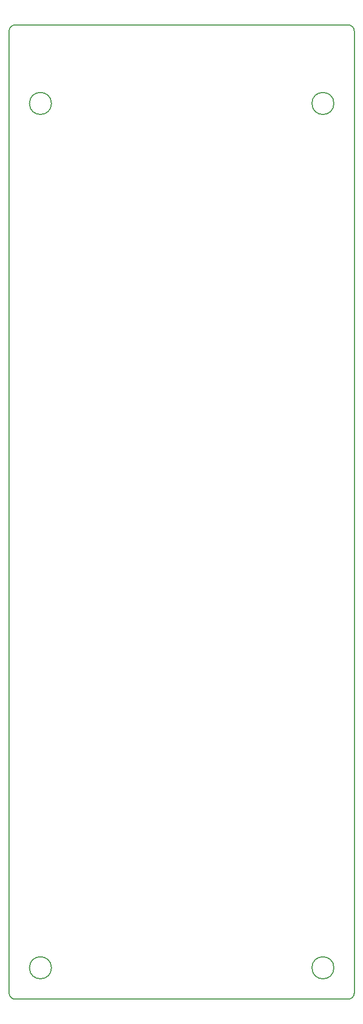
<source format=gko>
%FSLAX25Y25*%
%MOIN*%
G70*
G01*
G75*
G04 Layer_Color=16711935*
%ADD10R,0.07874X0.07874*%
%ADD11R,0.02756X0.03347*%
%ADD12R,0.03347X0.02756*%
%ADD13R,0.03937X0.02362*%
%ADD14O,0.07480X0.02362*%
%ADD15O,0.03543X0.01969*%
%ADD16O,0.03543X0.01969*%
%ADD17R,0.03543X0.01969*%
%ADD18R,0.05118X0.03937*%
%ADD19C,0.04000*%
%ADD20C,0.01200*%
%ADD21C,0.01000*%
%ADD22C,0.01500*%
%ADD23C,0.03000*%
%ADD24C,0.02000*%
%ADD25C,0.05000*%
%ADD26C,0.00800*%
%ADD27C,0.00500*%
%ADD28C,0.07874*%
%ADD29C,0.03937*%
%ADD30C,0.05906*%
%ADD31C,0.06000*%
%ADD32C,0.04724*%
%ADD33R,0.05906X0.05906*%
%ADD34C,0.03000*%
%ADD35C,0.02000*%
%ADD36C,0.04000*%
%ADD37O,0.06693X0.02165*%
%ADD38O,0.02165X0.06693*%
%ADD39R,0.03000X0.06000*%
%ADD40R,0.03937X0.05118*%
%ADD41C,0.00984*%
%ADD42C,0.02362*%
%ADD43C,0.00787*%
%ADD44C,0.00500*%
%ADD45R,0.08674X0.08674*%
%ADD46R,0.03556X0.04147*%
%ADD47R,0.04147X0.03556*%
%ADD48R,0.04737X0.03162*%
%ADD49O,0.08280X0.03162*%
%ADD50O,0.04343X0.02769*%
%ADD51O,0.04343X0.02769*%
%ADD52R,0.04343X0.02769*%
%ADD53R,0.05918X0.04737*%
%ADD54C,0.08674*%
%ADD55C,0.04737*%
%ADD56C,0.06706*%
%ADD57C,0.06800*%
%ADD58C,0.05524*%
%ADD59R,0.06706X0.06706*%
%ADD60O,0.07493X0.02965*%
%ADD61O,0.02965X0.07493*%
%ADD62R,0.03800X0.06800*%
%ADD63R,0.04737X0.05918*%
D27*
X203740Y-590551D02*
G03*
X203740Y-590551I-6890J0D01*
G01*
X26575D02*
G03*
X26575Y-590551I-6890J0D01*
G01*
X203740Y-49213D02*
G03*
X203740Y-49213I-6890J0D01*
G01*
X26575D02*
G03*
X26575Y-49213I-6890J0D01*
G01*
X3937Y0D02*
G03*
X0Y-3937I0J-3937D01*
G01*
X216535D02*
G03*
X212598Y0I-3937J0D01*
G01*
X0Y-606299D02*
G03*
X3937Y-610236I3937J0D01*
G01*
X212598D02*
G03*
X216535Y-606299I0J3937D01*
G01*
X3937Y-610236D02*
X212564D01*
X216535Y-606265D02*
Y-4035D01*
X0Y-606700D02*
Y-3800D01*
X3800Y0D02*
X212500D01*
X212598Y-610236D02*
G03*
X216535Y-606299I0J3937D01*
G01*
X0D02*
G03*
X3937Y-610236I3937J0D01*
G01*
X216535Y-3937D02*
G03*
X212598Y0I-3937J0D01*
G01*
X3937D02*
G03*
X0Y-3937I0J-3937D01*
G01*
X203740Y-590551D02*
G03*
X203740Y-590551I-6890J0D01*
G01*
X26575D02*
G03*
X26575Y-590551I-6890J0D01*
G01*
X203740Y-49213D02*
G03*
X203740Y-49213I-6890J0D01*
G01*
X26575D02*
G03*
X26575Y-49213I-6890J0D01*
G01*
X3937Y0D02*
X212500D01*
X0Y-606299D02*
Y-3937D01*
X216535Y-606265D02*
Y-4035D01*
X3937Y-610236D02*
X212564D01*
M02*

</source>
